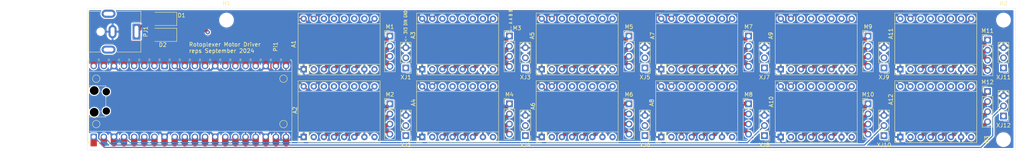
<source format=kicad_pcb>
(kicad_pcb (version 20240108) (generator "pcbnew") (generator_version "8.0")
  (layers (0 "F.Cu" signal) (1 "In1.Cu" signal) (2 "In2.Cu" signal) (31 "B.Cu" signal) (34 "B.Paste" user) (35 "F.Paste" user) (36 "B.SilkS" user "B.Silkscreen") (37 "F.SilkS" user "F.Silkscreen") (38 "B.Mask" user) (39 "F.Mask" user) (44 "Edge.Cuts" user))
  (net 0 "")
  (net 6 "Net-(A1-1B)")
  (net 7 "GND")
  (net 8 "+3.3V")
  (net 9 "+12V")
  (net 10 "Net-(A1-2A)")
  (net 11 "Net-(A1-2B)")
  (net 12 "Net-(A1-1A)")
  (net 13 "Net-(D2-A)")
  (net 16 "Net-(A3-1A)")
  (net 17 "Net-(A3-2A)")
  (net 19 "Net-(A3-1B)")
  (net 20 "Net-(A3-2B)")
  (net 23 "Net-(A4-1A)")
  (net 26 "Net-(A4-2A)")
  (net 27 "Net-(A4-2B)")
  (net 31 "Net-(A4-1B)")
  (net 33 "Net-(A5-1B)")
  (net 35 "Net-(A5-2B)")
  (net 36 "Net-(A5-2A)")
  (net 37 "Net-(A5-1A)")
  (net 42 "Net-(A6-1B)")
  (net 43 "Net-(A6-2A)")
  (net 45 "Net-(A6-2B)")
  (net 49 "Net-(A6-1A)")
  (net 52 "Net-(A2-1A)")
  (net 53 "Net-(A2-2A)")
  (net 55 "Net-(A2-1B)")
  (net 56 "Net-(A2-2B)")
  (net 61 "Net-(A7-2B)")
  (net 62 "Net-(A7-1B)")
  (net 64 "Net-(A7-2A)")
  (net 67 "Net-(A7-1A)")
  (net 68 "Net-(A8-1B)")
  (net 70 "Net-(A8-2B)")
  (net 74 "Net-(A8-2A)")
  (net 75 "Net-(A8-1A)")
  (net 78 "Net-(A9-1B)")
  (net 80 "Net-(A9-2B)")
  (net 81 "Net-(A9-2A)")
  (net 85 "Net-(A9-1A)")
  (net 86 "Net-(A10-2B)")
  (net 87 "Net-(A10-1A)")
  (net 88 "Net-(A10-1B)")
  (net 93 "Net-(A10-2A)")
  (net 95 "Net-(A11-2B)")
  (net 96 "Net-(A11-1A)")
  (net 97 "Net-(A11-2A)")
  (net 99 "Net-(A11-1B)")
  (net 104 "Net-(A12-2A)")
  (net 107 "Net-(A12-1B)")
  (net 109 "Net-(A12-2B)")
  (net 112 "Net-(A12-1A)")
  (net 116 "Net-(D1-A)")
  (net 117 "/step")
  (net 118 "/dir")
  (net 119 "/en1")
  (net 120 "/en2")
  (net 121 "/en3")
  (net 122 "/en4")
  (net 123 "/en5")
  (net 124 "/en6")
  (net 125 "/en7")
  (net 126 "/en8")
  (net 127 "/en9")
  (net 128 "/en10")
  (net 129 "/en11")
  (net 130 "/en12")
  (net 131 "/x1")
  (net 132 "/x2")
  (net 133 "/x3")
  (net 134 "/x4")
  (net 135 "/x5")
  (net 136 "/x6")
  (net 137 "/x7")
  (net 138 "/x8")
  (net 139 "/x9")
  (net 140 "/x10")
  (net 141 "/x11")
  (net 142 "/x12")
  (footprint "Connector_PinHeader_2.54mm:PinHeader_1x04_P2.54mm_Vertical" (layer "F.Cu") (at 138 101)
    (property "Reference" "M4")
    (property "Value" "Conn_01x04")
  )
  (footprint "Connector_PinHeader_2.54mm:PinHeader_1x03_P2.54mm_Vertical" (layer "F.Cu") (at 172 92 180)
    (property "Reference" "XJ5")
    (property "Value" "Conn_01x03")
  )
  (footprint "Connector_PinHeader_2.54mm:PinHeader_1x04_P2.54mm_Vertical" (layer "F.Cu") (at 108 101)
    (property "Reference" "M2")
    (property "Value" "Conn_01x04")
  )
  (footprint "Connector_PinHeader_2.54mm:PinHeader_1x04_P2.54mm_Vertical" (layer "F.Cu") (at 138 84)
    (property "Reference" "M3")
    (property "Value" "Conn_01x04")
  )
  (footprint "Module:Pololu_Breakout-16_15.2x20.3mm" (layer "F.Cu") (at 86.36 109.34 90)
    (property "Reference" "A2")
    (property "Value" "Pololu_Breakout_A4988")
  )
  (footprint "Connector_PinHeader_2.54mm:PinHeader_1x03_P2.54mm_Vertical" (layer "F.Cu") (at 202 109 180)
    (property "Reference" "XJ8")
    (property "Value" "Conn_01x03")
  )
  (footprint "Diode_SMD:D_SMA" (layer "F.Cu") (at 51 83.7 180)
    (property "Reference" "D2")
    (property "Value" "D_Schottky")
  )
  (footprint "Connector_PinHeader_2.54mm:PinHeader_1x03_P2.54mm_Vertical" (layer "F.Cu") (at 232 92 180)
    (property "Reference" "XJ9")
    (property "Value" "Conn_01x03")
  )
  (footprint "Connector_PinHeader_2.54mm:PinHeader_1x04_P2.54mm_Vertical" (layer "F.Cu") (at 198 84)
    (property "Reference" "M7")
    (property "Value" "Conn_01x04")
  )
  (footprint "Connector_PinHeader_2.54mm:PinHeader_1x04_P2.54mm_Vertical" (layer "F.Cu") (at 198 101)
    (property "Reference" "M8")
    (property "Value" "Conn_01x04")
  )
  (footprint "Connector_PinHeader_2.54mm:PinHeader_1x03_P2.54mm_Vertical" (layer "F.Cu") (at 202 92 180)
    (property "Reference" "XJ7")
    (property "Value" "Conn_01x03")
  )
  (footprint "Connector_PinHeader_2.54mm:PinHeader_1x03_P2.54mm_Vertical" (layer "F.Cu") (at 262 92 180)
    (property "Reference" "XJ11")
    (property "Value" "Conn_01x03")
  )
  (footprint "Module:Pololu_Breakout-16_15.2x20.3mm" (layer "F.Cu") (at 146.11 109.34 90)
    (property "Reference" "A6")
    (property "Value" "Pololu_Breakout_A4988")
  )
  (footprint "Connector_PinHeader_2.54mm:PinHeader_1x03_P2.54mm_Vertical" (layer "F.Cu") (at 142 109 180)
    (property "Reference" "XJ4")
    (property "Value" "Conn_01x03")
  )
  (footprint "MountingHole:MountingHole_3.2mm_M3" (layer "F.Cu") (at 262 110 90)
    (property "Reference" "H3")
    (property "Value" "MountingHole")
  )
  (footprint "Module:Pololu_Breakout-16_15.2x20.3mm" (layer "F.Cu") (at 116.11 109.34 90)
    (property "Reference" "A4")
    (property "Value" "Pololu_Breakout_A4988")
  )
  (footprint "Connector_PinHeader_2.54mm:PinHeader_1x04_P2.54mm_Vertical" (layer "F.Cu") (at 258 85)
    (property "Reference" "M11")
    (property "Value" "Conn_01x04")
  )
  (footprint "Connector_PinHeader_2.54mm:PinHeader_1x04_P2.54mm_Vertical" (layer "F.Cu") (at 108 84)
    (property "Reference" "M1")
    (property "Value" "Conn_01x04")
  )
  (footprint "Connector_PinHeader_2.54mm:PinHeader_1x03_P2.54mm_Vertical" (layer "F.Cu") (at 172 109 180)
    (property "Reference" "XJ6")
    (property "Value" "Conn_01x03")
  )
  (footprint "Connector_PinHeader_2.54mm:PinHeader_1x03_P2.54mm_Vertical" (layer "F.Cu") (at 112 109 180)
    (property "Reference" "XJ2")
    (property "Value" "Conn_01x03")
  )
  (footprint "MountingHole:MountingHole_3.2mm_M3" (layer "F.Cu") (at 67 80)
    (property "Reference" "H1")
    (property "Value" "MountingHole")
  )
  (footprint "Module:Pololu_Breakout-16_15.2x20.3mm" (layer "F.Cu") (at 206.11 92.34 90)
    (property "Reference" "A9")
    (property "Value" "Pololu_Breakout_A4988")
  )
  (footprint "Connector_PinHeader_2.54mm:PinHeader_1x04_P2.54mm_Vertical" (layer "F.Cu") (at 258 97.9)
    (property "Reference" "M12")
    (property "Value" "Conn_01x04")
  )
  (footprint "Module:Pololu_Breakout-16_15.2x20.3mm" (layer "F.Cu") (at 176.11 92.34 90)
    (property "Reference" "A7")
    (property "Value" "Pololu_Breakout_A4988")
  )
  (footprint "Connector_PinHeader_2.54mm:PinHeader_1x03_P2.54mm_Vertical" (layer "F.Cu") (at 232 109 180)
    (property "Reference" "XJ10")
    (property "Value" "Conn_01x03")
  )
  (footprint "Connector_PinHeader_2.54mm:PinHeader_1x04_P2.54mm_Vertical" (layer "F.Cu") (at 228 101)
    (property "Reference" "M10")
    (property "Value" "Conn_01x04")
  )
  (footprint "Connector_PinHeader_2.54mm:PinHeader_1x03_P2.54mm_Vertical" (layer "F.Cu") (at 142 92 180)
    (property "Reference" "XJ3")
    (property "Value" "Conn_01x03")
  )
  (footprint "Module:Pololu_Breakout-16_15.2x20.3mm" (layer "F.Cu") (at 236.11 109.34 90)
    (property "Reference" "A12")
    (property "Value" "Pololu_Breakout_A4988")
  )
  (footprint "Connector_PinHeader_2.54mm:PinHeader_1x04_P2.54mm_Vertical" (layer "F.Cu") (at 228 84)
    (property "Reference" "M9")
    (property "Value" "Conn_01x04")
  )
  (footprint "Module:Pololu_Breakout-16_15.2x20.3mm" (layer "F.Cu") (at 116.11 92.34 90)
    (property "Reference" "A3")
    (property "Value" "Pololu_Breakout_A4988")
  )
  (footprint "Module:Pololu_Breakout-16_15.2x20.3mm" (layer "F.Cu") (at 206.11 109.34 90)
    (property "Reference" "A10")
    (property "Value" "Pololu_Breakout_A4988")
  )
  (footprint "Connector_PinHeader_2.54mm:PinHeader_1x03_P2.54mm_Vertical" (layer "F.Cu") (at 262 104.08 180)
    (property "Reference" "XJ12")
    (property "Value" "Conn_01x03")
  )
  (footprint "MountingHole:MountingHole_3.2mm_M3" (layer "F.Cu") (at 262 80)
    (property "Reference" "H2")
    (property "Value" "MountingHole")
  )
  (footprint "Module:Pololu_Breakout-16_15.2x20.3mm" (layer "F.Cu") (at 176.11 109.34 90)
    (property "Reference" "A8")
    (property "Value" "Pololu_Breakout_A4988")
  )
  (footprint "Module:Pololu_Breakout-16_15.2x20.3mm" (layer "F.Cu") (at 146.11 92.34 90)
    (property "Reference" "A5")
    (property "Value" "Pololu_Breakout_A4988")
  )
  (footprint "Diode_SMD:D_SMA" (layer "F.Cu") (at 51 79.7 180)
    (property "Reference" "D1")
    (property "Value" "D_Schottky")
  )
  (footprint "Module:Pololu_Breakout-16_15.2x20.3mm" (layer "F.Cu") (at 236.11 92.34 90)
    (property "Reference" "A11")
    (property "Value" "Pololu_Breakout_A4988")
  )
  (footprint "Connector_PinHeader_2.54mm:PinHeader_1x04_P2.54mm_Vertical" (layer "F.Cu") (at 168 101)
    (property "Reference" "M6")
    (property "Value" "Conn_01x04")
  )
  (footprint "Connector_PinHeader_2.54mm:PinHeader_1x04_P2.54mm_Vertical" (layer "F.Cu") (at 168 84)
    (property "Reference" "M5")
    (property "Value" "Conn_01x04")
  )
  (footprint "Module_RaspberryPi_Pico:RaspberryPi_Pico_Common" (layer "F.Cu") (at 57.8 100.4 90)
    (property "Reference" "Pi1")
    (property "Value" "RaspberryPi_Pico")
  )
  (footprint "Connector_BarrelJack:BarrelJack_CUI_PJ-063AH_Horizontal" (layer "F.Cu") (at 44.4 82.9 -90)
    (property "Reference" "PJ1")
    (property "Value" "Barrel_Jack")
  )
  (footprint "Module:Pololu_Breakout-16_15.2x20.3mm" (layer "F.Cu") (at 86.36 92.34 90)
    (property "Reference" "A1")
    (property "Value" "Pololu_Breakout_A4988")
  )
  (footprint "Connector_PinHeader_2.54mm:PinHeader_1x03_P2.54mm_Vertical" (layer "F.Cu") (at 112 92 180)
    (property "Reference" "XJ1")
    (property "Value" "Conn_01x03")
  )
  (gr_rect (start 32 77) (end 265 112.6) (stroke (width 0.05)) (fill none) (layer "Edge.Cuts"))
  (gr_text "<- 3V3 DIN GND" (at 112.4 85.5 90) (layer "F.SilkS") (effects (font (size 0.8 0.6) (thickness 0.125)) (justify left bottom)))
  (gr_text "Rotoplexer Motor Driver\nreps September 2024" (at 57.5 88.3 0) (layer "F.SilkS") (effects (font (size 1 1)) (justify left bottom)))
  (gr_text "<- A A B B" (at 138.8 83 90) (layer "F.SilkS") (effects (font (size 0.8 0.6) (thickness 0.125)) (justify left bottom)))
  (segment (start 108 84) (end 105.52 86.48) (width 1) (layer "F.Cu") (net 6))
  (segment (start 97.3 86.48) (end 91.44 92.34) (width 1) (layer "F.Cu") (net 6))
  (segment (start 105.52 86.48) (end 97.3 86.48) (width 1) (layer "F.Cu") (net 6))
  (segment (start 60.95 81.7) (end 55 81.7) (width 1) (layer "F.Cu") (net 9))
  (segment (start 62.3 83.05) (end 60.95 81.7) (width 1) (layer "F.Cu") (net 9))
  (segment (start 53 83.7) (end 55 81.7) (width 1) (layer "F.Cu") (net 9))
  (segment (start 53 79.7) (end 55 81.7) (width 1) (layer "F.Cu") (net 9))
  (via (at 62.3 83.05) (size 1) (drill 0.4) (layers "F.Cu" "B.Cu") (net 9))
  (segment (start 108 89.08) (end 99.78 89.08) (width 1) (layer "F.Cu") (net 10))
  (segment (start 99.78 89.08) (end 96.52 92.34) (width 1) (layer "F.Cu") (net 10))
  (segment (start 100.9 90.5) (end 99.06 92.34) (width 1) (layer "F.Cu") (net 11))
  (segment (start 108 91.62) (end 106.88 90.5) (width 1) (layer "F.Cu") (net 11))
  (segment (start 106.88 90.5) (end 100.9 90.5) (width 1) (layer "F.Cu") (net 11))
  (segment (start 98.54 87.78) (end 93.98 92.34) (width 1) (layer "F.Cu") (net 12))
  (segment (start 108 86.54) (end 106.76 87.78) (width 1) (layer "F.Cu") (net 12))
  (segment (start 106.76 87.78) (end 98.54 87.78) (width 1) (layer "F.Cu") (net 12))
  (segment (start 33.67 91.51) (end 33.67 87.53) (width 1) (layer "F.Cu") (net 13))
  (segment (start 33.67 87.53) (end 35.6 85.6) (width 1) (layer "F.Cu") (net 13))
  (segment (start 42.8 85.7) (end 47 85.7) (width 1) (layer "F.Cu") (net 13))
  (segment (start 42.7 85.6) (end 42.8 85.7) (width 1) (layer "F.Cu") (net 13))
  (segment (start 47 85.7) (end 49 83.7) (width 1) (layer "F.Cu") (net 13))
  (segment (start 35.6 85.6) (end 42.7 85.6) (width 1) (layer "F.Cu") (net 13))
  (segment (start 127.97 88.1) (end 123.73 92.34) (width 1) (layer "F.Cu") (net 16))
  (segment (start 138 86.54) (end 136.44 88.1) (width 1) (layer "F.Cu") (net 16))
  (segment (start 136.44 88.1) (end 127.97 88.1) (width 1) (layer "F.Cu") (net 16))
  (segment (start 129.21 89.4) (end 126.27 92.34) (width 1) (layer "F.Cu") (net 17))
  (segment (start 138 89.08) (end 137.68 89.4) (width 1) (layer "F.Cu") (net 17))
  (segment (start 137.68 89.4) (end 129.21 89.4) (width 1) (layer "F.Cu") (net 17))
  (segment (start 138 84) (end 135.2 86.8) (width 1) (layer "F.Cu") (net 19))
  (segment (start 126.73 86.8) (end 121.19 92.34) (width 1) (layer "F.Cu") (net 19))
  (segment (start 135.2 86.8) (end 126.73 86.8) (width 1) (layer "F.Cu") (net 19))
  (segment (start 137.08 90.7) (end 130.45 90.7) (width 1) (layer "F.Cu") (net 20))
  (segment (start 138 91.62) (end 137.08 90.7) (width 1) (layer "F.Cu") (net 20))
  (segment (start 130.45 90.7) (end 128.81 92.34) (width 1) (layer "F.Cu") (net 20))
  (segment (start 127.97 105.1) (end 123.73 109.34) (width 1) (layer "F.Cu") (net 23))
  (segment (start 136.44 105.1) (end 127.97 105.1) (width 1) (layer "F.Cu") (net 23))
  (segment (start 138 103.54) (end 136.44 105.1) (width 1) (layer "F.Cu") (net 23))
  (segment (start 138 106.08) (end 137.68 106.4) (width 1) (layer "F.Cu") (net 26))
  (segment (start 137.68 106.4) (end 129.21 106.4) (width 1) (layer "F.Cu") (net 26))
  (segment (start 129.21 106.4) (end 126.27 109.34) (width 1) (layer "F.Cu") (net 26))
  (segment (start 137.08 107.7) (end 130.45 107.7) (width 1) (layer "F.Cu") (net 27))
  (segment (start 138 108.62) (end 137.08 107.7) (width 1) (layer "F.Cu") (net 27))
  (segment (start 130.45 107.7) (end 128.81 109.34) (width 1) (layer "F.Cu") (net 27))
  (segment (start 138 101) (end 135.5 103.5) (width 1) (layer "F.Cu") (net 31))
  (segment (start 127.03 103.5) (end 121.19 109.34) (width 1) (layer "F.Cu") (net 31))
  (segment (start 135.5 103.5) (end 127.03 103.5) (width 1) (layer "F.Cu") (net 31))
  (segment (start 156.69 86.84) (end 151.19 92.34) (width 1) (layer "F.Cu") (net 33))
  (segment (start 165.16 86.84) (end 156.69 86.84) (width 1) (layer "F.Cu") (net 33))
  (segment (start 168 84) (end 165.16 86.84) (width 1) (layer "F.Cu") (net 33))
  (segment (start 168 91.62) (end 167.12 90.74) (width 1) (layer "F.Cu") (net 35))
  (segment (start 160.41 90.74) (end 158.81 92.34) (width 1) (layer "F.Cu") (net 35))
  (segment (start 167.12 90.74) (end 160.41 90.74) (width 1) (layer "F.Cu") (net 35))
  (segment (start 168 89.08) (end 167.64 89.44) (width 1) (layer "F.Cu") (net 36))
  (segment (start 159.17 89.44) (end 156.27 92.34) (width 1) (layer "F.Cu") (net 36))
  (segment (start 167.64 89.44) (end 159.17 89.44) (width 1) (layer "F.Cu") (net 36))
  (segment (start 157.93 88.14) (end 153.73 92.34) (width 1) (layer "F.Cu") (net 37))
  (segment (start 166.4 88.14) (end 157.93 88.14) (width 1) (layer "F.Cu") (net 37))
  (segment (start 168 86.54) (end 166.4 88.14) (width 1) (layer "F.Cu") (net 37))
  (segment (start 168 101) (end 159.53 101) (width 1) (layer "F.Cu") (net 42))
  (segment (start 159.53 101) (end 151.19 109.34) (width 1) (layer "F.Cu") (net 42))
  (segment (start 168 106.08) (end 159.53 106.08) (width 1) (layer "F.Cu") (net 43))
  (segment (start 159.53 106.08) (end 156.27 109.34) (width 1) (layer "F.Cu") (net 43))
  (segment (start 168 108.62) (end 167.08 107.7) (width 1) (layer "F.Cu") (net 45))
  (segment (start 160.45 107.7) (end 158.81 109.34) (width 1) (layer "F.Cu") (net 45))
  (segment (start 167.08 107.7) (end 160.45 107.7) (width 1) (layer "F.Cu") (net 45))
  (segment (start 168 103.54) (end 159.53 103.54) (width 1) (layer "F.Cu") (net 49))
  (segment (start 159.53 103.54) (end 153.73 109.34) (width 1) (layer "F.Cu") (net 49))
  (segment (start 98.22 105.1) (end 93.98 109.34) (width 1) (layer "F.Cu") (net 52))
  (segment (start 106.44 105.1) (end 98.22 105.1) (width 1) (layer "F.Cu") (net 52))
  (segment (start 108 103.54) (end 106.44 105.1) (width 1) (layer "F.Cu") (net 52))
  (segment (start 107.68 106.4) (end 99.46 106.4) (width 1) (layer "F.Cu") (net 53))
  (segment (start 108 106.08) (end 107.68 106.4) (width 1) (layer "F.Cu") (net 53))
  (segment (start 99.46 106.4) (end 96.52 109.34) (width 1) (layer "F.Cu") (net 53))
  (segment (start 108 101) (end 105.2 103.8) (width 1) (layer "F.Cu") (net 55))
  (segment (start 105.2 103.8) (end 96.98 103.8) (width 1) (layer "F.Cu") (net 55))
  (segment (start 96.98 103.8) (end 91.44 109.34) (width 1) (layer "F.Cu") (net 55))
  (segment (start 100.7 107.7) (end 99.06 109.34) (width 1) (layer "F.Cu") (net 56))
  (segment (start 108 108.62) (end 107.08 107.7) (width 1) (layer "F.Cu") (net 56))
  (segment (start 107.08 107.7) (end 100.7 107.7) (width 1) (layer "F.Cu") (net 56))
  (segment (start 188.81 92.29) (end 188.81 92.34) (width 1) (layer "F.Cu") (net 61))
  (segment (start 196.98 90.6) (end 190.5 90.6) (width 1) (layer "F.Cu") (net 61))
  (segment (start 190.5 90.6) (end 188.81 92.29) (width 1) (layer "F.Cu") (net 61))
  (segment (start 198 91.62) (end 196.98 90.6) (width 1) (layer "F.Cu") (net 61))
  (segment (start 186.83 86.7) (end 181.19 92.34) (width 1) (layer "F.Cu") (net 62))
  (segment (start 198 84) (end 195.3 86.7) (width 1) (layer "F.Cu") (net 62))
  (segment (start 195.3 86.7) (end 186.83 86.7) (width 1) (layer "F.Cu") (net 62))
  (segment (start 189.31 89.3) (end 186.27 92.34) (width 1) (layer "F.Cu") (net 64))
  (segment (start 198 89.08) (end 197.78 89.3) (width 1) (layer "F.Cu") (net 64))
  (segment (start 197.78 89.3) (end 189.31 89.3) (width 1) (layer "F.Cu") (net 64))
  (segment (start 196.54 88) (end 188.07 88) (width 1) (layer "F.Cu") (net 67))
  (segment (start 188.07 88) (end 183.73 92.34) (width 1) (layer "F.Cu") (net 67))
  (segment (start 198 86.54) (end 196.54 88) (width 1) (layer "F.Cu") (net 67))
  (segment (start 198 101) (end 188 101) (width 1) (layer "F.Cu") (net 68))
  (segment (start 188 101) (end 181.19 107.81) (width 1) (layer "F.Cu") (net 68))
  (segment (start 181.19 107.81) (end 181.19 109.34) (width 1) (layer "F.Cu") (net 68))
  (segment (start 198 108.62) (end 196.88 107.5) (width 1) (layer "F.Cu") (net 70))
  (segment (start 196.88 107.5) (end 190.65 107.5) (width 1) (layer "F.Cu") (net 70))
  (segment (start 190.65 107.5) (end 188.81 109.34) (width 1) (layer "F.Cu") (net 70))
  (segment (start 189.53 106.08) (end 186.27 109.34) (width 1) (layer "F.Cu") (net 74))
  (segment (start 198 106.08) (end 189.53 106.08) (width 1) (layer "F.Cu") (net 74))
  (segment (start 198 103.54) (end 189.53 103.54) (width 1) (layer "F.Cu") (net 75))
  (segment (start 189.53 103.54) (end 183.73 109.34) (width 1) (layer "F.Cu") (net 75))
  (segment (start 225.3 86.7) (end 216.83 86.7) (width 1) (layer "F.Cu") (net 78))
  (segment (start 228 84) (end 225.3 86.7) (width 1) (layer "F.Cu") (net 78))
  (segment (start 216.83 86.7) (end 211.19 92.34) (width 1) (layer "F.Cu") (net 78))
  (segment (start 226.98 90.6) (end 220.55 90.6) (width 1) (layer "F.Cu") (net 80))
  (segment (start 228 91.62) (end 226.98 90.6) (width 1) (layer "F.Cu") (net 80))
  (segment (start 220.55 90.6) (end 218.81 92.34) (width 1) (layer "F.Cu") (net 80))
  (segment (start 227.78 89.3) (end 219.31 89.3) (width 1) (layer "F.Cu") (net 81))
  (segment (start 219.31 89.3) (end 216.27 92.34) (width 1) (layer "F.Cu") (net 81))
  (segment (start 228 89.08) (end 227.78 89.3) (width 1) (layer "F.Cu") (net 81))
  (segment (start 228 86.54) (end 226.54 88) (width 1) (layer "F.Cu") (net 85))
  (segment (start 226.54 88) (end 218.07 88) (width 1) (layer "F.Cu") (net 85))
  (segment (start 218.07 88) (end 213.73 92.34) (width 1) (layer "F.Cu") (net 85))
  (segment (start 220.55 107.6) (end 218.81 109.34) (width 1) (layer "F.Cu") (net 86))
  (segment (start 226.98 107.6) (end 220.55 107.6) (width 1) (layer "F.Cu") (net 86))
  (segment (start 228 108.62) (end 226.98 107.6) (width 1) (layer "F.Cu") (net 86))
  (segment (start 218.07 105) (end 213.73 109.34) (width 1) (layer "F.Cu") (net 87))
  (segment (start 226.54 105) (end 218.07 105) (width 1) (layer "F.Cu") (net 87))
  (segment (start 228 103.54) (end 226.54 105) (width 1) (layer "F.Cu") (net 87))
  (segment (start 225.3 103.7) (end 216.83 103.7) (width 1) (layer "F.Cu") (net 88))
  (segment (start 228 101) (end 225.3 103.7) (width 1) (layer "F.Cu") (net 88))
  (segment (start 216.83 103.7) (end 211.19 109.34) (width 1) (layer "F.Cu") (net 88))
  (segment (start 219.31 106.3) (end 216.27 109.34) (width 1) (layer "F.Cu") (net 93))
  (segment (start 228 106.08) (end 227.649239 106.430761) (width 1) (layer "F.Cu") (net 93))
  (segment (start 227.649239 106.430761) (end 227.518478 106.3) (width 1) (layer "F.Cu") (net 93))
  (segment (start 227.518478 106.3) (end 219.31 106.3) (width 1) (layer "F.Cu") (net 93))
  (segment (start 255.88 90.5) (end 250.65 90.5) (width 1) (layer "F.Cu") (net 95))
  (segment (start 250.65 90.5) (end 248.81 92.34) (width 1) (layer "F.Cu") (net 95))
  (segment (start 258 92.62) (end 255.88 90.5) (width 1) (layer "F.Cu") (net 95))
  (segment (start 257.64 87.9) (end 248.17 87.9) (width 1) (layer "F.Cu") (net 96))
  (segment (start 248.17 87.9) (end 243.73 92.34) (width 1) (layer "F.Cu") (net 96))
  (segment (start 258 87.54) (end 257.64 87.9) (width 1) (layer "F.Cu") (net 96))
  (segment (start 257.12 89.2) (end 249.4 89.2) (width 1) (layer "F.Cu") (net 97))
  (segment (start 258 90.08) (end 257.12 89.2) (width 1) (layer "F.Cu") (net 97))
  (segment (start 246.27 92.33) (end 246.27 92.34) (width 1) (layer "F.Cu") (net 97))
  (segment (start 249.4 89.2) (end 246.27 92.33) (width 1) (layer "F.Cu") (net 97))
  (segment (start 258 85) (end 256.4 86.6) (width 1) (layer "F.Cu") (net 99))
  (segment (start 246.93 86.6) (end 241.19 92.34) (width 1) (layer "F.Cu") (net 99))
  (segment (start 256.4 86.6) (end 246.93 86.6) (width 1) (layer "F.Cu") (net 99))
  (segment (start 254.88 106.2) (end 249.41 106.2) (width 1) (layer "F.Cu") (net 104))
  (segment (start 258 103.08) (end 254.88 106.2) (width 1) (layer "F.Cu") (net 104))
  (segment (start 249.41 106.2) (end 246.27 109.34) (width 1) (layer "F.Cu") (net 104))
  (segment (start 252.4 103.6) (end 246.93 103.6) (width 1) (layer "F.Cu") (net 107))
  (segment (start 258 98) (end 252.4 103.6) (width 1) (layer "F.Cu") (net 107))
  (segment (start 246.93 103.6) (end 241.19 109.34) (width 1) (layer "F.Cu") (net 107))
  (segment (start 256.12 107.5) (end 250.65 107.5) (width 1) (layer "F.Cu") (net 109))
  (segment (start 250.65 107.5) (end 248.81 109.34) (width 1) (layer "F.Cu") (net 109))
  (segment (start 258 105.62) (end 256.12 107.5) (width 1) (layer "F.Cu") (net 109))
  (segment (start 248.17 104.9) (end 243.73 109.34) (width 1) (layer "F.Cu") (net 112))
  (segment (start 258 100.54) (end 253.64 104.9) (width 1) (layer "F.Cu") (net 112))
  (segment (start 253.64 104.9) (end 248.17 104.9) (width 1) (layer "F.Cu") (net 112))
  (segment (start 49 79.7) (end 47.7 79.7) (width 1) (layer "F.Cu") (net 116))
  (segment (start 47.7 79.7) (end 44.5 82.9) (width 1) (layer "F.Cu") (net 116))
  (segment (start 235.4 94.4) (end 235.01 94.79) (width 0.3) (layer "F.Cu") (net 117))
  (segment (start 178.65 96.563705) (end 180.423705 94.79) (width 0.3) (layer "F.Cu") (net 117))
  (segment (start 210.423705 94.79) (end 208.65 96.563705) (width 0.3) (layer "F.Cu") (net 117))
  (segment (start 88.9 96.64) (end 88.9 96.563705) (width 0.3) (layer "F.Cu") (net 117))
  (segment (start 118.65 79.64) (end 119.1 79.19) (width 0.3) (layer "F.Cu") (net 117))
  (segment (start 119.1 79.19) (end 119.1 79.113705) (width 0.3) (layer "F.Cu") (net 117))
  (segment (start 255.3 79.282233) (end 255.3 80.1) (width 0.3) (layer "F.Cu") (net 117))
  (segment (start 241.9 83.3) (end 234.4 90.8) (width 0.3) (layer "F.Cu") (net 117))
  (segment (start 116.8 94.79) (end 118.65 96.64) (width 0.3) (layer "F.Cu") (net 117))
  (segment (start 208.65 96.563705) (end 208.65 96.64) (width 0.3) (layer "F.Cu") (net 117))
  (segment (start 236.66 77.65) (end 238.65 79.64) (width 0.3) (layer "F.Cu") (net 117))
  (segment (start 148.65 96.523705) (end 150.383705 94.79) (width 0.3) (layer "F.Cu") (net 117))
  (segment (start 52.85 85.05) (end 48.91 88.99) (width 0.3) (layer "F.Cu") (net 117))
  (segment (start 206.8 94.79) (end 208.65 96.64) (width 0.3) (layer "F.Cu") (net 117))
  (segment (start 179.1 79.051472) (end 180.501472 77.65) (width 0.3) (layer "F.Cu") (net 117))
  (segment (start 209.3 78.99) (end 209.3 78.913705) (width 0.3) (layer "F.Cu") (net 117))
  (segment (start 178.65 79.64) (end 179.1 79.19) (width 0.3) (layer "F.Cu") (net 117))
  (segment (start 68.1 84) (end 55.346878 84) (width 0.3) (layer "F.Cu") (net 117))
  (segment (start 88.9 79.551472) (end 90.751472 77.7) (width 0.3) (layer "F.Cu") (net 117))
  (segment (start 150.383705 94.79) (end 176.8 94.79) (width 0.3) (layer "F.Cu") (net 117))
  (segment (start 208.65 79.64) (end 209.3 78.99) (width 0.3) (layer "F.Cu") (net 117))
  (segment (start 118.65 96.563705) (end 120.613705 94.6) (width 0.3) (layer "F.Cu") (net 117))
  (segment (start 149.1 79.19) (end 149.1 79.113705) (width 0.3) (layer "F.Cu") (net 117))
  (segment (start 116.71 77.7) (end 118.65 79.64) (width 0.3) (layer "F.Cu") (net 117))
  (segment (start 180.501472 77.65) (end 206.66 77.65) (width 0.3) (layer "F.Cu") (net 117))
  (segment (start 87.65 78.39) (end 73.71 78.39) (width 0.3) (layer "F.Cu") (net 117))
  (segment (start 238.65 79.698528) (end 238.65 79.64) (width 0.3) (layer "F.Cu") (net 117))
  (segment (start 119.1 79.113705) (end 120.563705 77.65) (width 0.3) (layer "F.Cu") (net 117))
  (segment (start 88.9 79.64) (end 87.65 78.39) (width 0.3) (layer "F.Cu") (net 117))
  (segment (start 234.4 90.8) (end 234.4 93.4) (width 0.3) (layer "F.Cu") (net 117))
  (segment (start 88.9 96.563705) (end 90.673705 94.79) (width 0.3) (layer "F.Cu") (net 117))
  (segment (start 176.8 94.79) (end 178.65 96.64) (width 0.3) (layer "F.Cu") (net 117))
  (segment (start 90.673705 94.79) (end 116.8 94.79) (width 0.3) (layer "F.Cu") (net 117))
  (segment (start 148.54 79.64) (end 148.65 79.64) (width 0.3) (layer "F.Cu") (net 117))
  (segment (start 254.407767 78.39) (end 255.3 79.282233) (width 0.3) (layer "F.Cu") (net 117))
  (segment (start 54.296878 85.05) (end 52.85 85.05) (width 0.3) (layer "F.Cu") (net 117))
  (segment (start 178.65 96.64) (end 178.65 96.563705) (width 0.3) (layer "F.Cu") (net 117))
  (segment (start 88.9 79.64) (end 88.9 79.551472) (width 0.3) (layer "F.Cu") (net 117))
  (segment (start 180.423705 94.79) (end 206.8 94.79) (width 0.3) (layer "F.Cu") (net 117))
  (segment (start 150.563705 77.65) (end 176.66 77.65) (width 0.3) (layer "F.Cu") (net 117))
  (segment (start 209.3 78.913705) (end 210.563705 77.65) (width 0.3) (layer "F.Cu") (net 117))
  (segment (start 55.346878 84) (end 54.296878 85.05) (width 0.3) (layer "F.Cu") (net 117))
  (segment (start 179.1 79.19) (end 179.1 79.051472) (width 0.3) (layer "F.Cu") (net 117))
  (segment (start 235.01 94.79) (end 210.423705 94.79) (width 0.3) (layer "F.Cu") (net 117))
  (segment (start 236.39 94.4) (end 235.4 94.4) (width 0.3) (layer "F.Cu") (net 117))
  (segment (start 120.563705 77.65) (end 146.55 77.65) (width 0.3) (layer "F.Cu") (net 117))
  (segment (start 176.66 77.65) (end 178.65 79.64) (width 0.3) (layer "F.Cu") (net 117))
  (segment (start 239.9 78.39) (end 254.407767 78.39) (width 0.3) (layer "F.Cu") (net 117))
  (segment (start 146.61 94.6) (end 148.65 96.64) (width 0.3) (layer "F.Cu") (net 117))
  (segment (start 120.613705 94.6) (end 146.61 94.6) (width 0.3) (layer "F.Cu") (net 117))
  (segment (start 148.65 96.64) (end 148.65 96.523705) (width 0.3) (layer "F.Cu") (net 117))
  (segment (start 90.751472 77.7) (end 116.71 77.7) (width 0.3) (layer "F.Cu") (net 117))
  (segment (start 238.65 79.64) (end 239.9 78.39) (width 0.3) (layer "F.Cu") (net 117))
  (segment (start 238.63 96.64) (end 236.39 94.4) (width 0.3) (layer "F.Cu") (net 117))
  (segment (start 206.66 77.65) (end 208.65 79.64) (width 0.3) (layer "F.Cu") (net 117))
  (segment (start 73.71 78.39) (end 68.1 84) (width 0.3) (layer "F.Cu") (net 117))
  (segment (start 146.55 77.65) (end 148.54 79.64) (width 0.3) (layer "F.Cu") (net 117))
  (segment (start 234.4 93.4) (end 235.4 94.4) (width 0.3) (layer "F.Cu") (net 117))
  (segment (start 48.91 88.99) (end 48.91 91.51) (width 0.3) (layer "F.Cu") (net 117))
  (segment (start 149.1 79.113705) (end 150.563705 77.65) (width 0.3) (layer "F.Cu") (net 117))
  (segment (start 210.563705 77.65) (end 236.66 77.65) (width 0.3) (layer "F.Cu") (net 117))
  (segment (start 148.65 79.64) (end 149.1 79.19) (width 0.3) (layer "F.Cu") (net 117))
  (segment (start 238.65 96.64) (end 238.63 96.64) (width 0.3) (layer "F.Cu") (net 117))
  (segment (start 255.3 80.1) (end 252.1 83.3) (width 0.3) (layer "F.Cu") (net 117))
  (segment (start 118.65 96.64) (end 118.65 96.563705) (width 0.3) (layer "F.Cu") (net 117))
  (segment (start 252.1 83.3) (end 241.9 83.3) (width 0.3) (layer "F.Cu") (net 117))
  (segment (start 210.812233 78.25) (end 234.72 78.25) (width 0.3) (layer "F.Cu") (net 118))
  (segment (start 209.167767 97.89) (end 209.94 97.117767) (width 0.3) (layer "F.Cu") (net 118))
  (segment (start 149.9 96.122233) (end 150.632233 95.39) (width 0.3) (layer "F.Cu") (net 118))
  (segment (start 179.9 79.1) (end 180.75 78.25) (width 0.3) (layer "F.Cu") (net 118))
  (segment (start 119.94 80.157767) (end 119.94 79.122233) (width 0.3) (layer "F.Cu") (net 118))
  (segment (start 207.36 80.89) (end 209.167767 80.89) (width 0.3) (layer "F.Cu") (net 118))
  (segment (start 90.15 80.157767) (end 90.15 79.15) (width 0.3) (layer "F.Cu") (net 118))
  (segment (start 209.94 96.122233) (end 210.672233 95.39) (width 0.3) (layer "F.Cu") (net 118))
  (segment (start 77.520062 93.1) (end 78.14 92.480062) (width 0.3) (layer "F.Cu") (net 118))
  (segment (start 114.86 95.39) (end 117.37 97.9) (width 0.3) (layer "F.Cu") (net 118))
  (segment (start 209.9 79.162233) (end 210.812233 78.25) (width 0.3) (layer "F.Cu") (net 118))
  (segment (start 150.632233 95.39) (end 174.86 95.39) (width 0.3) (layer "F.Cu") (net 118))
  (segment (start 86.44 79.64) (end 87.69 80.89) (width 0.3) (layer "F.Cu") (net 118))
  (segment (start 78.14 89.392232) (end 78.872232 88.66) (width 0.3) (layer "F.Cu") (net 118))
  (segment (start 53.99 91.51) (end 55.58 93.1) (width 0.3) (layer "F.Cu") (net 118))
  (segment (start 87.69 80.89) (end 89.417767 80.89) (width 0.3) (layer "F.Cu") (net 118))
  (segment (start 55.58 93.1) (end 77.520062 93.1) (width 0.3) (layer "F.Cu") (net 118))
  (segment (start 177.36 80.89) (end 179.167767 80.89) (width 0.3) (layer "F.Cu") (net 118))
  (segment (start 114.77 78.3) (end 116.11 79.64) (width 0.3) (layer "F.Cu") (net 118))
  (segment (start 82.447768 88.66) (end 83.18 89.392232) (width 0.3) (layer "F.Cu") (net 118))
  (segment (start 91 78.3) (end 114.77 78.3) (width 0.3) (layer "F.Cu") (net 118))
  (segment (start 234.84 95.39) (end 236.09 96.64) (width 0.3) (layer "F.Cu") (net 118))
  (segment (start 119.94 79.122233) (end 120.812233 78.25) (width 0.3) (layer "F.Cu") (net 118))
  (segment (start 206.11 96.64) (end 207.36 97.89) (width 0.3) (layer "F.Cu") (net 118))
  (segment (start 89.417767 97.89) (end 90.19 97.117767) (width 0.3) (layer "F.Cu") (net 118))
  (segment (start 209.167767 80.89) (end 209.9 80.157767) (width 0.3) (layer "F.Cu") (net 118))
  (segment (start 90.19 96.122233) (end 90.922233 95.39) (width 0.3) (layer "F.Cu") (net 118))
  (segment (start 209.94 97.117767) (end 209.94 96.122233) (width 0.3) (layer "F.Cu") (net 118))
  (segment (start 68.248528 84.7) (end 58.2 84.7) (width 0.3) (layer "F.Cu") (net 118))
  (segment (start 87.69 97.89) (end 89.417767 97.89) (width 0.3) (layer "F.Cu") (net 118))
  (segment (start 204.72 78.25) (end 206.11 79.64) (width 0.3) (layer "F.Cu") (net 118))
  (segment (start 180.75 78.25) (end 204.72 78.25) (width 0.3) (layer "F.Cu") (net 118))
  (segment (start 146.11 96.64) (end 147.36 97.89) (width 0.3) (layer "F.Cu") (net 118))
  (segment (start 83.18 89.392232) (end 83.18 93.46) (width 0.3) (layer "F.Cu") (net 118))
  (segment (start 149.9 97.157767) (end 149.9 96.122233) (width 0.3) (layer "F.Cu") (net 118))
  (segment (start 180.672233 95.39) (end 204.86 95.39) (width 0.3) (layer "F.Cu") (net 118))
  (segment (start 149.167767 97.89) (end 149.9 97.157767) (width 0.3) (layer "F.Cu") (net 118))
  (segment (start 119.157767 97.9) (end 119.9 97.157767) (width 0.3) (layer "F.Cu") (net 118))
  (segment (start 117.37 97.9) (end 119.157767 97.9) (width 0.3) (layer "F.Cu") (net 118))
  (segment (start 119.9 96.162233) (end 120.862233 95.2) (width 0.3) (layer "F.Cu") (net 118))
  (segment (start 53.99 88.91) (end 53.99 91.51) (width 0.3) (layer "F.Cu") (net 118))
  (segment (start 73.308528 79.64) (end 68.248528 84.7) (width 0.3) (layer "F.Cu") (net 118))
  (segment (start 149.94 80.26) (end 149.94 79.122233) (width 0.3) (layer "F.Cu") (net 118))
  (segment (start 147.36 97.89) (end 149.167767 97.89) (width 0.3) (layer "F.Cu") (net 118))
  (segment (start 90.922233 95.39) (end 114.86 95.39) (width 0.3) (layer "F.Cu") (net 118))
  (segment (start 150.812233 78.25) (end 174.72 78.25) (width 0.3) (layer "F.Cu") (net 118))
  (segment (start 210.672233 95.39) (end 234.84 95.39) (width 0.3) (layer "F.Cu") (net 118))
  (segment (start 78.872232 88.66) (end 82.447768 88.66) (width 0.3) (layer "F.Cu") (net 118))
  (segment (start 179.167767 97.89) (end 179.94 97.117767) (width 0.3) (layer "F.Cu") (net 118))
  (segment (start 179.94 97.117767) (end 179.94 96.122233) (width 0.3) (layer "F.Cu") (net 118))
  (segment (start 204.86 95.39) (end 206.11 96.64) (width 0.3) (layer "F.Cu") (net 118))
  (segment (start 144.67 95.2) (end 146.11 96.64) (width 0.3) (layer "F.Cu") (net 118))
  (segment (start 209.9 80.157767) (end 209.9 79.162233) (width 0.3) (layer "F.Cu") (net 118))
  (segment (start 176.11 96.64) (end 177.36 97.89) (width 0.3) (layer "F.Cu") (net 118))
  (segment (start 149.94 79.122233) (end 150.812233 78.25) (width 0.3) (layer "F.Cu") (net 118))
  (segment (start 179.167767 80.89) (end 179.9 80.157767) (width 0.3) (layer "F.Cu") (net 118))
  (segment (start 120.862233 95.2) (end 144.67 95.2) (width 0.3) (layer "F.Cu") (net 118))
  (segment (start 90.15 79.15) (end 91 78.3) (width 0.3) (layer "F.Cu") (net 118))
  (segment (start 89.417767 80.89) (end 90.15 80.157767) (width 0.3) (layer "F.Cu") (net 118))
  (segment (start 120.812233 78.25) (end 144.72 78.25) (width 0.3) (layer "F.Cu") (net 118))
  (segment (start 119.197767 80.9) (end 119.94 80.157767) (width 0.3) (layer "F.Cu") (net 118))
  (segment (start 119.9 97.157767) (end 119.9 96.162233) (width 0.3) (layer "F.Cu") (net 118))
  (segment (start 176.11 79.64) (end 177.36 80.89) (width 0.3) (layer "F.Cu") (net 118))
  (segment (start 174.72 78.25) (end 176.11 79.64) (width 0.3) (layer "F.Cu") (net 118))
  (segment (start 116.11 79.64) (end 117.37 80.9) (width 0.3) (layer "F.Cu") (net 118))
  (segment (start 147.36 80.89) (end 149.31 80.89) (width 0.3) (layer "F.Cu") (net 118))
  (segment (start 86.34 96.64) (end 86.44 96.64) (width 0.3) (layer "F.Cu") (net 118))
  (segment (start 144.72 78.25) (end 147.36 80.89) (width 0.3) (layer "F.Cu") (net 118))
  (segment (start 78.14 92.480062) (end 78.14 89.392232) (width 0.3) (layer "F.Cu") (net 118))
  (segment (start 86.36 79.64) (end 86.44 79.64) (width 0.3) (layer "F.Cu") (net 118))
  (segment (start 83.18 93.46) (end 86.36 96.64) (width 0.3) (layer "F.Cu") (net 118))
  (segment (start 207.36 97.89) (end 209.167767 97.89) (width 0.3) (layer "F.Cu") (net 118))
  (segment (start 117.37 80.9) (end 119.197767 80.9) (width 0.3) (layer "F.Cu") (net 118))
  (segment (start 179.94 96.122233) (end 180.672233 95.39) (width 0.3) (layer "F.Cu") (net 118))
  (segment (start 177.36 97.89) (end 179.167767 97.89) (width 0.3) (layer "F.Cu") (net 118))
  (segment (start 234.72 78.25) (end 236.11 79.64) (width 0.3) (layer "F.Cu") (net 118))
  (segment (start 86.36 79.64) (end 73.308528 79.64) (width 0.3) (layer "F.Cu") (net 118))
  (segment (start 90.19 97.117767) (end 90.19 96.122233) (width 0.3) (layer "F.Cu") (net 118))
  (segment (start 179.9 80.157767) (end 179.9 79.1) (width 0.3) (layer "F.Cu") (net 118))
  (segment (start 58.2 84.7) (end 53.99 88.91) (width 0.3) (layer "F.Cu") (net 118))
  (segment (start 206.11 79.64) (end 207.36 80.89) (width 0.3) (layer "F.Cu") (net 118))
  (segment (start 149.31 80.89) (end 149.94 80.26) (width 0.3) (layer "F.Cu") (net 118))
  (segment (start 174.86 95.39) (end 176.11 96.64) (width 0.3) (layer "F.Cu") (net 118))
  (segment (start 86.44 96.64) (end 87.69 97.89) (width 0.3) (layer "F.Cu") (net 118))
  (segment (start 72.307056 81.49) (end 68.497056 85.3) (width 0.3) (layer "F.Cu") (net 119))
  (segment (start 60.2 85.3) (end 56.53 88.97) (width 0.3) (layer "F.Cu") (net 119))
  (segment (start 68.497056 85.3) (end 60.2 85.3) (width 0.3) (layer "F.Cu") (net 119))
  (segment (start 104.14 79.64) (end 102.29 81.49) (width 0.3) (layer "F.Cu") (net 119))
  (segment (start 102.29 81.49) (end 72.307056 81.49) (width 0.3) (layer "F.Cu") (net 119))
  (segment (start 56.53 88.97) (end 56.53 91.51) (width 0.3) (layer "F.Cu") (net 119))
  (segment (start 102.29 98.49) (end 85.638528 98.49) (width 0.3) (layer "F.Cu") (net 120))
  (segment (start 85.638528 98.49) (end 81.93 94.781472) (width 0.3) (layer "F.Cu") (net 120))
  (segment (start 81.93 94.781472) (end 81.93 91.51) (width 0.3) (layer "F.Cu") (net 120))
  (segment (start 104.14 96.64) (end 102.29 98.49) (width 0.3) (layer "F.Cu") (net 120))
  (segment (start 72.555584 82.09) (end 68.745584 85.9) (width 0.3) (layer "F.Cu") (net 121))
  (segment (start 111.794112 81.5) (end 110.594112 80.3) (width 0.3) (layer "F.Cu") (net 121))
  (segment (start 103.457767 82.09) (end 72.555584 82.09) (width 0.3) (layer "F.Cu") (net 121))
  (segment (start 133.89 79.64) (end 132.029999 81.5) (width 0.3) (layer "F.Cu") (net 121))
  (segment (start 61.61 88.99) (end 61.61 91.51) (width 0.3) (layer "F.Cu") (net 121))
  (segment (start 68.745584 85.9) (end 64.7 85.9) (width 0.3) (layer "F.Cu") (net 121))
  (segment (start 110.594112 80.3) (end 105.247767 80.3) (width 0.3) (layer "F.Cu") (net 121))
  (segment (start 64.7 85.9) (end 61.61 88.99) (width 0.3) (layer "F.Cu") (net 121))
  (segment (start 105.247767 80.3) (end 103.457767 82.09) (width 0.3) (layer "F.Cu") (net 121))
  (segment (start 132.029999 81.5) (end 111.794112 81.5) (width 0.3) (layer "F.Cu") (net 121))
  (segment (start 133.89 96.64) (end 132.03 98.5) (width 0.3) (layer "F.Cu") (net 122))
  (segment (start 103.915888 99.09) (end 85.39 99.09) (width 0.3) (layer "F.Cu") (net 122))
  (segment (start 79.39 93.09) (end 79.39 91.51) (width 0.3) (layer "F.Cu") (net 122))
  (segment (start 110.394112 97.3) (end 105.705888 97.3) (width 0.3) (layer "F.Cu") (net 122))
  (segment (start 85.39 99.09) (end 79.39 93.09) (width 0.3) (layer "F.Cu") (net 122))
  (segment (start 105.705888 97.3) (end 103.915888 99.09) (width 0.3) (layer "F.Cu") (net 122))
  (segment (start 132.03 98.5) (end 111.594112 98.5) (width 0.3) (layer "F.Cu") (net 122))
  (segment (start 111.594112 98.5) (end 110.394112 97.3) (width 0.3) (layer "F.Cu") (net 122))
  (segment (start 66.69 89.01) (end 66.69 91.51) (width 0.3) (layer "F.Cu") (net 123))
  (segment (start 140.335584 80.89) (end 133.488528 80.89) (width 0.3) (layer "F.Cu") (net 123))
  (segment (start 133.488528 80.89) (end 132.278528 82.1) (width 0.3) (layer "F.Cu") (net 123))
  (segment (start 163.89 79.64) (end 162.63 80.9) (width 0.3) (layer "F.Cu") (net 123))
  (segment (start 150.148528 80.9) (end 149.558528 81.49) (width 0.3) (layer "F.Cu") (net 123))
  (segment (start 111.545584 82.1) (end 110.345584 80.9) (width 0.3) (layer "F.Cu") (net 123))
  (segment (start 140.935584 81.49) (end 140.335584 80.89) (width 0.3) (layer "F.Cu") (net 123))
  (segment (start 149.558528 81.49) (end 140.935584 81.49) (width 0.3) (layer "F.Cu") (net 123))
  (segment (start 110.345584 80.9) (end 105.496295 80.9) (width 0.3) (layer "F.Cu") (net 123))
  (segment (start 103.706295 82.69) (end 73.01 82.69) (width 0.3) (layer "F.Cu") (net 123))
  (segment (start 105.496295 80.9) (end 103.706295 82.69) (width 0.3) (layer "F.Cu") (net 123))
  (segment (start 132.278528 82.1) (end 111.545584 82.1) (width 0.3) (layer "F.Cu") (net 123))
  (segment (start 73.01 82.69) (end 66.69 89.01) (width 0.3) (layer "F.Cu") (net 123))
  (segment (start 162.63 80.9) (end 150.148528 80.9) (width 0.3) (layer "F.Cu") (net 123))
  (segment (start 71.77 107.93) (end 71.77 109.29) (width 0.3) (layer "F.Cu") (net 124))
  (segment (start 149.416295 98.49) (end 141.09 98.49) (width 0.3) (layer "F.Cu") (net 124))
  (segment (start 141.09 98.49) (end 140.2 97.6) (width 0.3) (layer "F.Cu") (net 124))
  (segment (start 163.89 96.64) (end 162.63 97.9) (width 0.3) (layer "F.Cu") (net 124))
  (segment (start 134.2 99.1) (end 111.345584 99.1) (width 0.3) (layer "F.Cu") (net 124))
  (segment (start 110.145584 97.9) (end 105.954416 97.9) (width 0.3) (layer "F.Cu") (net 124))
  (segment (start 140.2 97.6) (end 135.7 97.6) (width 0.3) (layer "F.Cu") (net 124))
  (segment (start 135.7 97.6) (end 134.2 99.1) (width 0.3) (layer "F.Cu") (net 124))
  (segment (start 150.006295 97.9) (end 149.416295 98.49) (width 0.3) (layer "F.Cu") (net 124))
  (segment (start 162.63 97.9) (end 150.006295 97.9) (width 0.3) (layer "F.Cu") (net 124))
  (segment (start 104.164416 99.69) (end 80.01 99.69) (width 0.3) (layer "F.Cu") (net 124))
  (segment (start 105.954416 97.9) (end 104.164416 99.69) (width 0.3) (layer "F.Cu") (net 124))
  (segment (start 80.01 99.69) (end 71.77 107.93) (width 0.3) (layer "F.Cu") (net 124))
  (segment (start 111.345584 99.1) (end 110.145584 97.9) (width 0.3) (layer "F.Cu") (net 124))
  (segment (start 176.192233 81.49) (end 176.182233 81.5) (width 0.3) (layer "F.Cu") (net 125))
  (segment (start 179.426295 81.5) (end 179.416295 81.49) (width 0.3) (layer "F.Cu") (net 125))
  (segment (start 133.737056 81.49) (end 132.527056 82.7) (width 0.3) (layer "F.Cu") (net 125))
  (segment (start 103.954823 83.29) (end 74.91 83.29) (width 0.3) (layer "F.Cu") (net 125))
  (segment (start 110.097056 81.5) (end 105.744823 81.5) (width 0.3) (layer "F.Cu") (net 125))
  (segment (start 105.744823 81.5) (end 103.954823 83.29) (width 0.3) (layer "F.Cu") (net 125))
  (segment (start 149.807056 82.09) (end 140.687056 82.09) (width 0.3) (layer "F.Cu") (net 125))
  (segment (start 140.087056 81.49) (end 133.737056 81.49) (width 0.3) (layer "F.Cu") (net 125))
  (segment (start 111.297056 82.7) (end 110.097056 81.5) (width 0.3) (layer "F.Cu") (net 125))
  (segment (start 69.23 88.97) (end 69.23 91.51) (width 0.3) (layer "F.Cu") (net 125))
  (segment (start 193.89 79.64) (end 192.03 81.5) (width 0.3) (layer "F.Cu") (net 125))
  (segment (start 150.397056 81.5) (end 149.807056 82.09) (width 0.3) (layer "F.Cu") (net 125))
  (segment (start 192.03 81.5) (end 179.426295 81.5) (width 0.3) (layer "F.Cu") (net 125))
  (segment (start 132.527056 82.7) (end 111.297056 82.7) (width 0.3) (layer "F.Cu") (net 125))
  (segment (start 179.416295 81.49) (end 176.192233 81.49) (width 0.3) (layer "F.Cu") (net 125))
  (segment (start 176.182233 81.5) (end 150.397056 81.5) (width 0.3) (layer "F.Cu") (net 125))
  (segment (start 74.91 83.29) (end 69.23 88.97) (width 0.3) (layer "F.Cu") (net 125))
  (segment (start 140.687056 82.09) (end 140.087056 81.49) (width 0.3) (layer "F.Cu") (net 125))
  (segment (start 139.951472 98.2) (end 135.948528 98.2) (width 0.3) (layer "F.Cu") (net 126))
  (segment (start 106.202944 98.5) (end 104.412944 100.29) (width 0.3) (layer "F.Cu") (net 126))
  (segment (start 140.841472 99.09) (end 139.951472 98.2) (width 0.3) (layer "F.Cu") (net 126))
  (segment (start 150.254823 98.5) (end 149.664823 99.09) (width 0.3) (layer "F.Cu") (net 126))
  (segment (start 134.448528 99.7) (end 111.097056 99.7) (width 0.3) (layer "F.Cu") (net 126))
  (segment (start 104.412944 100.29) (end 82.01 100.29) (width 0.3) (layer "F.Cu") (net 126))
  (segment (start 192.03 98.5) (end 150.254823 98.5) (width 0.3) (layer "F.Cu") (net 126))
  (segment (start 82.01 100.29) (end 74.31 107.99) (width 0.3) (layer "F.Cu") (net 126))
  (segment (start 109.897056 98.5) (end 106.202944 98.5) (width 0.3) (layer "F.Cu") (net 126))
  (segment (start 74.31 107.99) (end 74.31 109.29) (width 0.3) (layer "F.Cu") (net 126))
  (segment (start 135.948528 98.2) (end 134.448528 99.7) (width 0.3) (layer "F.Cu") (net 126))
  (segment (start 149.664823 99.09) (end 140.841472 99.09) (width 0.3) (layer "F.Cu") (net 126))
  (segment (start 111.097056 99.7) (end 109.897056 98.5) (width 0.3) (layer "F.Cu") (net 126))
  (segment (start 193.89 96.64) (end 192.03 98.5) (width 0.3) (layer "F.Cu") (net 126))
  (segment (start 132.775584 83.3) (end 111.048528 83.3) (width 0.3) (layer "F.Cu") (net 127))
  (segment (start 134.914823 82.1) (end 134.904823 82.09) (width 0.3) (layer "F.Cu") (net 127))
  (segment (start 139.848528 82.1) (end 134.914823 82.1) (width 0.3) (layer "F.Cu") (net 127))
  (segment (start 221.43 82.1) (end 150.645584 82.1) (width 0.3) (layer "F.Cu") (net 127))
  (segment (start 111.048528 83.3) (end 109.848528 82.1) (width 0.3) (layer "F.Cu") (net 127))
  (segment (start 76.91 83.89) (end 71.77 89.03) (width 0.3) (layer "F.Cu") (net 127))
  (segment (start 150.055584 82.69) (end 140.438528 82.69) (width 0.3) (layer "F.Cu") (net 127))
  (segment (start 133.985584 82.09) (end 132.775584 83.3) (width 0.3) (layer "F.Cu") (net 127))
  (segment (start 71.77 89.03) (end 71.77 91.51) (width 0.3) (layer "F.Cu") (net 127))
  (segment (start 109.848528 82.1) (end 105.993351 82.1) (width 0.3) (layer "F.Cu") (net 127))
  (segment (start 150.645584 82.1) (end 150.055584 82.69) (width 0.3) (layer "F.Cu") (net 127))
  (segment (start 104.203351 83.89) (end 76.91 83.89) (width 0.3) (layer "F.Cu") (net 127))
  (segment (start 223.89 79.64) (end 221.43 82.1) (width 0.3) (layer "F.Cu") (net 127))
  (segment (start 134.904823 82.09) (end 133.985584 82.09) (width 0.3) (layer "F.Cu") (net 127))
  (segment (start 140.438528 82.69) (end 139.848528 82.1) (width 0.3) (layer "F.Cu") (net 127))
  (segment (start 105.993351 82.1) (end 104.203351 83.89) (width 0.3) (layer "F.Cu") (net 127))
  (segment (start 221.43 99.1) (end 150.503351 99.1) (width 0.3) (layer "F.Cu") (net 128))
  (segment (start 104.661472 100.89) (end 86.41 100.89) (width 0.3) (layer "F.Cu") (net 128))
  (segment (start 136.197056 98.8) (end 134.697056 100.3) (width 0.3) (layer "F.Cu") (net 128))
  (segment (start 140.592944 99.69) (end 139.702944 98.8) (width 0.3) (layer "F.Cu") (net 128))
  (segment (start 109.648528 99.1) (end 106.451472 99.1) (width 0.3) (layer "F.Cu") (net 128))
  (segment (start 223.89 96.64) (end 221.43 99.1) (width 0.3) (layer "F.Cu") (net 128))
  (segment (start 110.848528 100.3) (end 109.648528 99.1) (width 0.3) (layer "F.Cu") (net 128))
  (segment (start 79.39 107.91) (end 79.39 109.29) (width 0.3) (layer "F.Cu") (net 128))
  (segment (start 134.697056 100.3) (end 110.848528 100.3) (width 0.3) (layer "F.Cu") (net 128))
  (segment (start 86.41 100.89) (end 79.39 107.91) (width 0.3) (layer "F.Cu") (net 128))
  (segment (start 106.451472 99.1) (end 104.661472 100.89) (width 0.3) (layer "F.Cu") (net 128))
  (segment (start 150.503351 99.1) (end 149.913351 99.69) (width 0.3) (layer "F.Cu") (net 128))
  (segment (start 139.702944 98.8) (end 136.197056 98.8) (width 0.3) (layer "F.Cu") (net 128))
  (segment (start 149.913351 99.69) (end 140.592944 99.69) (width 0.3) (layer "F.Cu") (net 128))
  (segment (start 109.6 82.7) (end 106.241879 82.7) (width 0.3) (layer "F.Cu") (net 129))
  (segment (start 110.8 83.9) (end 109.6 82.7) (width 0.3) (layer "F.Cu") (net 129))
  (segment (start 139.6 82.7) (end 134.224112 82.7) (width 0.3) (layer "F.Cu") (net 129))
  (segment (start 74.31 88.99) (end 74.31 91.51) (width 0.3) (layer "F.Cu") (net 129))
  (segment (start 134.224112 82.7) (end 133.024112 83.9) (width 0.3) (layer "F.Cu") (net 129))
  (segment (start 150.894112 82.7) (end 150.304112 83.29) (width 0.3) (layer "F.Cu") (net 129))
  (segment (start 250.83 82.7) (end 150.894112 82.7) (width 0.3) (layer "F.Cu") (net 129))
  (segment (start 104.451879 84.49) (end 78.81 84.49) (width 0.3) (layer "F.Cu") (net 129))
  (segment (start 140.19 83.29) (end 139.6 82.7) (width 0.3) (layer "F.Cu") (net 129))
  (segment (start 133.024112 83.9) (end 110.8 83.9) (width 0.3) (layer "F.Cu") (net 129))
  (segment (start 150.304112 83.29) (end 140.19 83.29) (width 0.3) (layer "F.Cu") (net 129))
  (segment (start 106.241879 82.7) (end 104.451879 84.49) (width 0.3) (layer "F.Cu") (net 129))
  (segment (start 253.89 79.64) (end 250.83 82.7) (width 0.3) (layer "F.Cu") (net 129))
  (segment (start 78.81 84.49) (end 74.31 88.99) (width 0.3) (layer "F.Cu") (net 129))
  (segment (start 136.445584 99.4) (end 134.945584 100.9) (width 0.3) (layer "F.Cu") (net 130))
  (segment (start 134.945584 100.9) (end 110.6 100.9) (width 0.3) (layer "F.Cu") (net 130))
  (segment (start 150.161879 100.29) (end 140.344416 100.29) (width 0.3) (layer "F.Cu") (net 130))
  (segment (start 109.4 99.7) (end 106.7 99.7) (width 0.3) (layer "F.Cu") (net 130))
  (segment (start 150.751879 99.7) (end 150.161879 100.29) (width 0.3) (layer "F.Cu") (net 130))
  (segment (start 106.7 99.7) (end 104.91 101.49) (width 0.3) (layer "F.Cu") (net 130))
  (segment (start 104.91 101.49) (end 88.41 101.49) (width 0.3) (layer "F.Cu") (net 130))
  (segment (start 88.41 101.49) (end 81.93 107.97) (width 0.3) (layer "F.Cu") (net 130))
  (segment (start 81.93 107.97) (end 81.93 109.29) (width 0.3) (layer "F.Cu") (net 130))
  (segment (start 250.83 99.7) (end 150.751879 99.7) (width 0.3) (layer "F.Cu") (net 130))
  (segment (start 140.344416 100.29) (end 139.454416 99.4) (width 0.3) (layer "F.Cu") (net 130))
  (segment (start 110.6 100.9) (end 109.4 99.7) (width 0.3) (layer "F.Cu") (net 130))
  (segment (start 139.454416 99.4) (end 136.445584 99.4) (width 0.3) (layer "F.Cu") (net 130))
  (segment (start 253.89 96.64) (end 250.83 99.7) (width 0.3) (layer "F.Cu") (net 130))
  (segment (start 197.71 110.75) (end 42.75 110.75) (width 0.3) (layer "B.Cu") (net 138))
  (segment (start 42.75 110.75) (end 41.29 109.29) (width 0.3) (layer "B.Cu") (net 138))
  (segment (start 202 106.46) (end 197.71 110.75) (width 0.3) (layer "B.Cu") (net 138))
  (segment (start 38.27 111.35) (end 36.21 109.29) (width 0.3) (layer "B.Cu") (net 140))
  (segment (start 232 106.46) (end 227.11 111.35) (width 0.3) (layer "B.Cu") (net 140))
  (segment (start 227.11 111.35) (end 38.27 111.35) (width 0.3) (layer "B.Cu") (net 140))
  (segment (start 36.33 111.95) (end 33.67 109.29) (width 0.3) (layer "B.Cu") (net 142))
  (segment (start 262 101.54) (end 259.3 104.24) (width 0.3) (layer "B.Cu") (net 142))
  (segment (start 256.35 111.95) (end 36.33 111.95) (width 0.3) (layer "B.Cu") (net 142))
  (segment (start 259.3 104.24) (end 259.3 109) (width 0.3) (layer "B.Cu") (net 142))
  (segment (start 259.3 109) (end 256.35 111.95) (width 0.3) (layer "B.Cu") (net 142))
  (zone (net 7) (net_name "GND") (layer "B.Cu") (connect_pads (clearance 0.3)) (min_thickness 0.25) (fill yes (thermal_gap 0.5) (thermal_bridge_width 0.5))
    (polygon (pts (xy 265 77) (xy 32 77) (xy 32 113) (xy 265 113)))
  )
)
</source>
